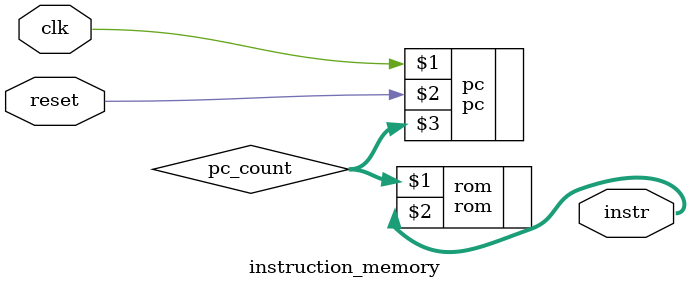
<source format=sv>
`include "rom.sv"
`include "pc.sv"

module instruction_memory(input logic clk, reset,
                            output logic [23:0] instr);
                            // define instruction memory I/O

    logic [7:0] pc_count; // define internal var PC counter
    
    pc pc(clk, reset, pc_count);
        // PC counter updating on rising clk edge w active-high reset

    rom rom(pc_count, instr);
        // ROM file with address being the PC counter and ROM stored
        // machine code is the 24-bit instr

endmodule
</source>
